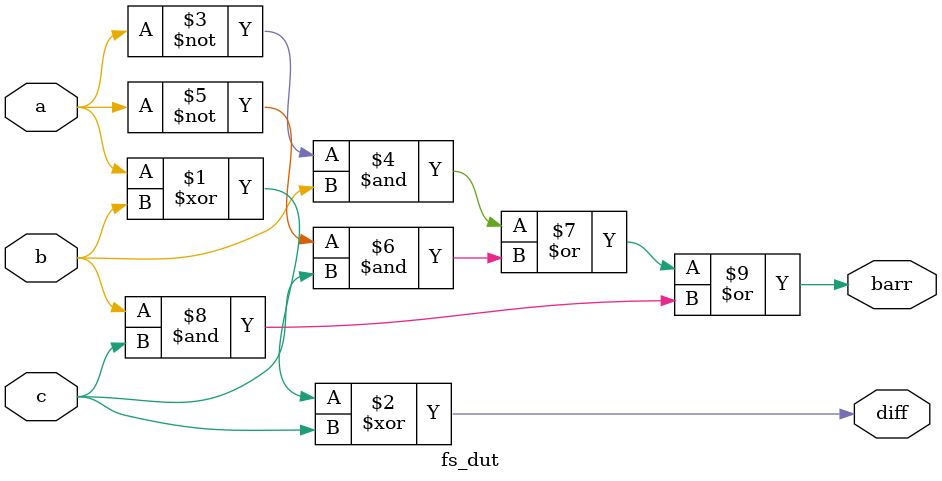
<source format=v>
module fs_dut (
    output diff,barr,input a,b,c
);
  assign diff=a^b^c;
  assign barr=((~a)&b|(~a)&c|b&c ) ;
  // assign barr = (~a&b) | (~(a^b)&c);
endmodule

</source>
